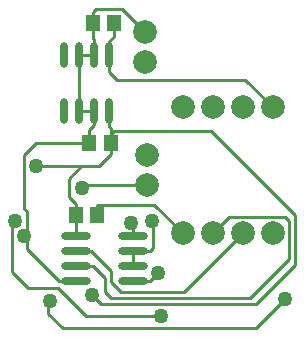
<source format=gbr>
G04 Layer_Physical_Order=2*
G04 Layer_Color=16711680*
%FSLAX45Y45*%
%MOMM*%
%TF.FileFunction,Copper,L2,Bot,Signal*%
%TF.Part,Single*%
G01*
G75*
%TA.AperFunction,SMDPad,CuDef*%
%ADD18R,1.20000X1.40000*%
%TA.AperFunction,Conductor*%
%ADD20C,0.25400*%
%TA.AperFunction,ComponentPad*%
%ADD21C,2.00000*%
%TA.AperFunction,ViaPad*%
%ADD22C,1.27000*%
%TA.AperFunction,SMDPad,CuDef*%
%ADD23O,0.60000X2.20000*%
%ADD24O,2.50000X0.70000*%
D18*
X-953597Y457200D02*
D03*
X-773598D02*
D03*
X-660400Y1066800D02*
D03*
X-840400D02*
D03*
X-632800Y2082800D02*
D03*
X-812800D02*
D03*
D20*
X-958799Y279400D02*
Y363220D01*
X-953597Y368422D01*
Y457200D01*
X-673100Y1206500D02*
X-660400Y1193800D01*
X-673100Y1206500D02*
Y1334800D01*
X-927100Y1814800D02*
X-800100D01*
Y1940560D01*
X-812800Y1953260D02*
X-800100Y1940560D01*
X-812800Y1953260D02*
Y2082800D01*
X-927100Y1334800D02*
Y1814800D01*
Y1334800D02*
X-800100D01*
X-840400Y1066800D02*
Y1178560D01*
X-800100Y1218860D01*
Y1334800D01*
X-468798Y25400D02*
Y152400D01*
X-673100Y1814800D02*
Y1927860D01*
X-632800Y1968160D01*
Y2082800D01*
X-673100Y1666240D02*
Y1814800D01*
Y1666240D02*
X-609600Y1602740D01*
X480060D01*
X711200Y1371600D01*
X-660400Y972820D02*
Y1066800D01*
X-468798Y152400D02*
X-330200D01*
X-304800Y177800D01*
Y401320D01*
X-307340Y403860D02*
X-304800Y401320D01*
X-953597Y457200D02*
Y547197D01*
X-1016000Y609600D02*
X-953597Y547197D01*
X-1016000Y609600D02*
Y765373D01*
X-910153Y871220D01*
X-762000D01*
X-660400Y972820D01*
X-485140Y391160D02*
X-469900Y375920D01*
Y279400D02*
X-468798D01*
X-901700Y683260D02*
X-873760Y711200D01*
X-561345Y2199640D02*
X-368300Y2006595D01*
X-787400Y2199640D02*
X-561345D01*
X-812800Y2174240D02*
X-787400Y2199640D01*
X-812800Y2082800D02*
Y2174240D01*
X-1290320Y1066800D02*
X-840400D01*
X-1391920Y965200D02*
X-1290320Y1066800D01*
X-1391920Y511439D02*
Y965200D01*
Y287914D02*
X-1371595Y308239D01*
X-1391920Y279400D02*
Y287914D01*
Y511439D02*
X-1371595Y491114D01*
Y170175D02*
X-1099820Y-101600D01*
X-958799D01*
X-660400Y1066800D02*
Y1143000D01*
X-635000Y1168400D01*
X187960D01*
X901700Y454660D01*
Y31125D02*
Y454660D01*
X573395Y-297180D02*
X901700Y31125D01*
X-746760Y-297180D02*
X573395D01*
X-820420Y-223520D02*
X-746760Y-297180D01*
X-958799Y152400D02*
X-825500D01*
X-660400Y-12700D01*
Y-112486D02*
Y-12700D01*
Y-112486D02*
X-577306Y-195580D01*
X-43180D01*
X457200Y304800D01*
X568960Y-502920D02*
X817880Y-254000D01*
X-1066800Y-502920D02*
X568960D01*
X-1191260Y-378460D02*
X-1066800Y-502920D01*
X-1191260Y-274320D02*
X-1170940D01*
X-773598Y457200D02*
Y545795D01*
X-291795D01*
X-50800Y304800D01*
X-468798Y-101600D02*
X-325120D01*
X-256540Y-33020D01*
X-873760Y-398780D02*
X-236220D01*
X-1110508Y-162032D02*
X-873760Y-398780D01*
X-1356888Y-162032D02*
X-1110508D01*
X-1493520Y-25400D02*
X-1356888Y-162032D01*
X-1493520Y408940D02*
X-1473200D01*
X203200Y304800D02*
X342900Y444500D01*
X812800D01*
X850900Y406400D01*
Y82448D02*
Y406400D01*
X522072Y-246380D02*
X850900Y82448D01*
X-660400Y-246380D02*
X522072D01*
X-711200Y-195580D02*
X-660400Y-246380D01*
X-711200Y-195580D02*
Y-76200D01*
X-812800Y25400D02*
X-711200Y-76200D01*
X-958799Y25400D02*
X-812800D01*
X-1290320Y871220D02*
X-910153D01*
X-660400Y1143000D02*
Y1193800D01*
X-1371595Y308239D02*
Y491114D01*
X-873760Y711200D02*
X-355600D01*
X-1371595Y170175D02*
Y308239D01*
X-1493520Y-25400D02*
Y408940D01*
X-1191260Y-378460D02*
Y-274320D01*
X-469900Y279400D02*
Y375920D01*
D21*
X711200Y1371600D02*
D03*
X457200D02*
D03*
X203200D02*
D03*
X-50800D02*
D03*
X711200Y304800D02*
D03*
X457200D02*
D03*
X203200D02*
D03*
X-50800D02*
D03*
X-355600Y965200D02*
D03*
Y711200D02*
D03*
X-368300Y2006595D02*
D03*
Y1752595D02*
D03*
D22*
X-1290320Y871220D02*
D03*
X-307340Y403860D02*
D03*
X-485140Y391160D02*
D03*
X-901700Y683260D02*
D03*
X-1391920Y279400D02*
D03*
X-820420Y-223520D02*
D03*
X817880Y-254000D02*
D03*
X-1170940Y-274320D02*
D03*
X-256540Y-33020D02*
D03*
X-236220Y-398780D02*
D03*
X-1473200Y408940D02*
D03*
D23*
X-673100Y1334800D02*
D03*
X-800100D02*
D03*
X-927100D02*
D03*
X-1054100D02*
D03*
X-673100Y1814800D02*
D03*
X-800100D02*
D03*
X-927100D02*
D03*
X-1054100D02*
D03*
D24*
X-958799Y-101600D02*
D03*
Y25400D02*
D03*
Y152400D02*
D03*
Y279400D02*
D03*
X-468798Y-101600D02*
D03*
Y25400D02*
D03*
Y152400D02*
D03*
Y279400D02*
D03*
%TF.MD5,fde04b27a7f8d05397e5d607977f986d*%
M02*

</source>
